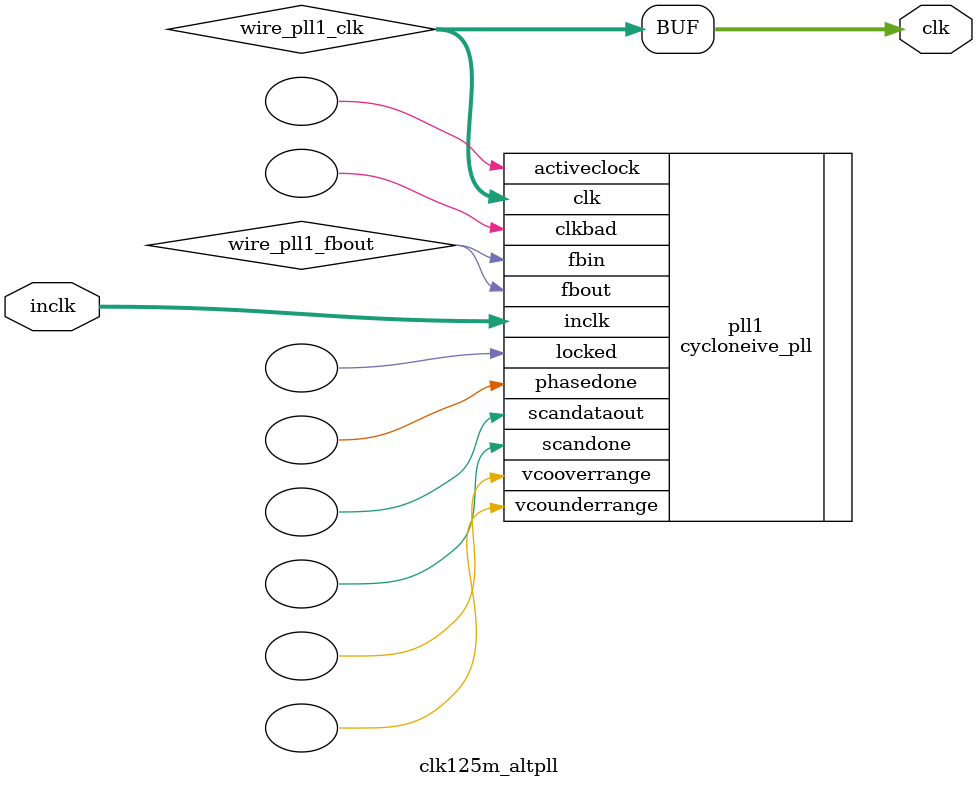
<source format=v>






//synthesis_resources = cycloneive_pll 1 
//synopsys translate_off
`timescale 1 ps / 1 ps
//synopsys translate_on
module  clk125m_altpll
	( 
	clk,
	inclk) /* synthesis synthesis_clearbox=1 */;
	output   [4:0]  clk;
	input   [1:0]  inclk;
`ifndef ALTERA_RESERVED_QIS
// synopsys translate_off
`endif
	tri0   [1:0]  inclk;
`ifndef ALTERA_RESERVED_QIS
// synopsys translate_on
`endif

	wire  [4:0]   wire_pll1_clk;
	wire  wire_pll1_fbout;

	cycloneive_pll   pll1
	( 
	.activeclock(),
	.clk(wire_pll1_clk),
	.clkbad(),
	.fbin(wire_pll1_fbout),
	.fbout(wire_pll1_fbout),
	.inclk(inclk),
	.locked(),
	.phasedone(),
	.scandataout(),
	.scandone(),
	.vcooverrange(),
	.vcounderrange()
	`ifndef FORMAL_VERIFICATION
	// synopsys translate_off
	`endif
	,
	.areset(1'b0),
	.clkswitch(1'b0),
	.configupdate(1'b0),
	.pfdena(1'b1),
	.phasecounterselect({3{1'b0}}),
	.phasestep(1'b0),
	.phaseupdown(1'b0),
	.scanclk(1'b0),
	.scanclkena(1'b1),
	.scandata(1'b0)
	`ifndef FORMAL_VERIFICATION
	// synopsys translate_on
	`endif
	);
	defparam
		pll1.bandwidth_type = "auto",
		pll1.clk0_divide_by = 2,
		pll1.clk0_duty_cycle = 50,
		pll1.clk0_multiply_by = 5,
		pll1.clk0_phase_shift = "0",
		pll1.clk1_divide_by = 1,
		pll1.clk1_duty_cycle = 50,
		pll1.clk1_multiply_by = 5,
		pll1.clk1_phase_shift = "-1000",
		pll1.clk2_divide_by = 2,
		pll1.clk2_duty_cycle = 50,
		pll1.clk2_multiply_by = 5,
		pll1.clk2_phase_shift = "4000",
		pll1.clk3_divide_by = 25,
		pll1.clk3_duty_cycle = 50,
		pll1.clk3_multiply_by = 1,
		pll1.clk3_phase_shift = "170000",
		pll1.compensate_clock = "clk0",
		pll1.inclk0_input_frequency = 20000,
		pll1.operation_mode = "normal",
		pll1.pll_type = "auto",
		pll1.lpm_type = "cycloneive_pll";
	assign
		clk = {wire_pll1_clk[4:0]};
endmodule //clk125m_altpll
//VALID FILE

</source>
